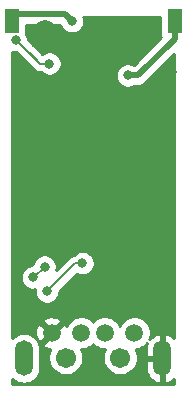
<source format=gbl>
G04 #@! TF.GenerationSoftware,KiCad,Pcbnew,(5.1.8)-1*
G04 #@! TF.CreationDate,2021-01-24T13:56:55+09:00*
G04 #@! TF.ProjectId,USB-Audio-PCM2906,5553422d-4175-4646-996f-2d50434d3239,rev?*
G04 #@! TF.SameCoordinates,Original*
G04 #@! TF.FileFunction,Copper,L2,Bot*
G04 #@! TF.FilePolarity,Positive*
%FSLAX46Y46*%
G04 Gerber Fmt 4.6, Leading zero omitted, Abs format (unit mm)*
G04 Created by KiCad (PCBNEW (5.1.8)-1) date 2021-01-24 13:56:55*
%MOMM*%
%LPD*%
G01*
G04 APERTURE LIST*
G04 #@! TA.AperFunction,ComponentPad*
%ADD10O,1.500000X3.000000*%
G04 #@! TD*
G04 #@! TA.AperFunction,ComponentPad*
%ADD11C,1.701800*%
G04 #@! TD*
G04 #@! TA.AperFunction,ComponentPad*
%ADD12C,1.498600*%
G04 #@! TD*
G04 #@! TA.AperFunction,SMDPad,CuDef*
%ADD13R,1.200000X2.000000*%
G04 #@! TD*
G04 #@! TA.AperFunction,ComponentPad*
%ADD14C,0.508000*%
G04 #@! TD*
G04 #@! TA.AperFunction,ViaPad*
%ADD15C,0.800000*%
G04 #@! TD*
G04 #@! TA.AperFunction,Conductor*
%ADD16C,2.000000*%
G04 #@! TD*
G04 #@! TA.AperFunction,Conductor*
%ADD17C,0.200000*%
G04 #@! TD*
G04 #@! TA.AperFunction,Conductor*
%ADD18C,0.500000*%
G04 #@! TD*
G04 #@! TA.AperFunction,Conductor*
%ADD19C,0.254000*%
G04 #@! TD*
G04 #@! TA.AperFunction,Conductor*
%ADD20C,0.152400*%
G04 #@! TD*
G04 APERTURE END LIST*
D10*
G04 #@! TO.P,J1,5*
G04 #@! TO.N,GND*
X154350000Y-119571994D03*
G04 #@! TO.P,J1,6*
G04 #@! TO.N,N/C*
X142650001Y-119571994D03*
D11*
G04 #@! TO.P,J1,7*
X150800001Y-119500000D03*
G04 #@! TO.P,J1,8*
X146200000Y-119500000D03*
D12*
G04 #@! TO.P,J1,1*
G04 #@! TO.N,Net-(F1-Pad2)*
X152000000Y-117400000D03*
G04 #@! TO.P,J1,2*
G04 #@! TO.N,Net-(J1-Pad2)*
X149500001Y-117400000D03*
G04 #@! TO.P,J1,3*
G04 #@! TO.N,Net-(J1-Pad3)*
X147500000Y-117400000D03*
G04 #@! TO.P,J1,4*
G04 #@! TO.N,GND*
X145000002Y-117400000D03*
G04 #@! TD*
D13*
G04 #@! TO.P,LS1,1*
G04 #@! TO.N,Net-(LS1-Pad1)*
X141600000Y-91000000D03*
G04 #@! TO.P,LS1,2*
G04 #@! TO.N,Net-(LS1-Pad2)*
X155400000Y-91000000D03*
G04 #@! TD*
D14*
G04 #@! TO.P,U4,9*
G04 #@! TO.N,GND*
X144400000Y-91906300D03*
X144400000Y-92693700D03*
G04 #@! TD*
D15*
G04 #@! TO.N,GND*
X145600000Y-108200000D03*
X150200000Y-108200000D03*
X147200000Y-113200000D03*
X150600000Y-113500000D03*
X153200000Y-113500000D03*
X142000000Y-115700000D03*
X150200000Y-103900000D03*
X147600000Y-103900000D03*
X145000000Y-103900000D03*
X151350000Y-98050000D03*
X150200000Y-98100000D03*
X147900000Y-97200000D03*
X145900000Y-98000000D03*
X155200000Y-95300000D03*
X149500000Y-94400000D03*
X149590553Y-91000000D03*
X143300000Y-98700000D03*
G04 #@! TO.N,Net-(C1-Pad1)*
X144600000Y-113900000D03*
X147600000Y-111500000D03*
G04 #@! TO.N,Net-(LS1-Pad1)*
X146700000Y-91000000D03*
G04 #@! TO.N,Net-(LS1-Pad2)*
X151450000Y-95600000D03*
G04 #@! TO.N,Net-(R2-Pad1)*
X143400000Y-112700000D03*
X144400000Y-111800000D03*
G04 #@! TO.N,Net-(R6-Pad1)*
X144800000Y-94600000D03*
X141950000Y-92600000D03*
G04 #@! TD*
D16*
G04 #@! TO.N,GND*
X144400000Y-91906300D02*
X144400000Y-92693700D01*
D17*
G04 #@! TO.N,Net-(C1-Pad1)*
X147000000Y-111500000D02*
X147600000Y-111500000D01*
X144600000Y-113900000D02*
X147000000Y-111500000D01*
D18*
G04 #@! TO.N,Net-(LS1-Pad1)*
X146700000Y-91000000D02*
X146127410Y-90427410D01*
X142172590Y-90427410D02*
X141600000Y-91000000D01*
X146127410Y-90427410D02*
X142172590Y-90427410D01*
G04 #@! TO.N,Net-(LS1-Pad2)*
X151450000Y-95600000D02*
X152300000Y-95600000D01*
X155400000Y-92500000D02*
X155400000Y-91000000D01*
X152300000Y-95600000D02*
X155400000Y-92500000D01*
D17*
G04 #@! TO.N,Net-(R2-Pad1)*
X143500000Y-112700000D02*
X144400000Y-111800000D01*
X143400000Y-112700000D02*
X143500000Y-112700000D01*
G04 #@! TO.N,Net-(R6-Pad1)*
X143801543Y-94401543D02*
X142000000Y-92600000D01*
X144000000Y-94600000D02*
X142000000Y-92600000D01*
X144800000Y-94600000D02*
X144000000Y-94600000D01*
G04 #@! TD*
D19*
G04 #@! TO.N,GND*
X154161928Y-92000000D02*
X154174188Y-92124482D01*
X154210498Y-92244180D01*
X154269463Y-92354494D01*
X154280490Y-92367931D01*
X151955465Y-94692957D01*
X151940256Y-94682795D01*
X151751898Y-94604774D01*
X151551939Y-94565000D01*
X151348061Y-94565000D01*
X151148102Y-94604774D01*
X150959744Y-94682795D01*
X150790226Y-94796063D01*
X150646063Y-94940226D01*
X150532795Y-95109744D01*
X150454774Y-95298102D01*
X150415000Y-95498061D01*
X150415000Y-95701939D01*
X150454774Y-95901898D01*
X150532795Y-96090256D01*
X150646063Y-96259774D01*
X150790226Y-96403937D01*
X150959744Y-96517205D01*
X151148102Y-96595226D01*
X151348061Y-96635000D01*
X151551939Y-96635000D01*
X151751898Y-96595226D01*
X151940256Y-96517205D01*
X151988454Y-96485000D01*
X152256531Y-96485000D01*
X152300000Y-96489281D01*
X152343469Y-96485000D01*
X152343477Y-96485000D01*
X152473490Y-96472195D01*
X152640313Y-96421589D01*
X152794059Y-96339411D01*
X152928817Y-96228817D01*
X152956534Y-96195044D01*
X155340001Y-93811578D01*
X155340000Y-117854671D01*
X155239540Y-117752849D01*
X155013868Y-117599852D01*
X154762684Y-117493821D01*
X154691185Y-117479676D01*
X154477000Y-117602338D01*
X154477000Y-119444994D01*
X154497000Y-119444994D01*
X154497000Y-119698994D01*
X154477000Y-119698994D01*
X154477000Y-121541650D01*
X154691185Y-121664312D01*
X154762684Y-121650167D01*
X155013868Y-121544136D01*
X155239540Y-121391139D01*
X155340000Y-121289317D01*
X155340000Y-121740000D01*
X141660000Y-121740000D01*
X141660000Y-121298860D01*
X141665921Y-121306075D01*
X141876814Y-121479151D01*
X142117421Y-121607758D01*
X142378495Y-121686954D01*
X142650001Y-121713695D01*
X142921508Y-121686954D01*
X143182582Y-121607758D01*
X143423189Y-121479151D01*
X143634082Y-121306075D01*
X143807158Y-121095182D01*
X143935765Y-120854575D01*
X144014961Y-120593501D01*
X144035001Y-120390031D01*
X144035001Y-118753957D01*
X144014961Y-118550487D01*
X143956114Y-118356493D01*
X144223114Y-118356493D01*
X144288554Y-118595290D01*
X144535414Y-118711120D01*
X144800128Y-118776564D01*
X144893436Y-118780861D01*
X144883212Y-118796162D01*
X144771202Y-119066579D01*
X144714100Y-119353652D01*
X144714100Y-119646348D01*
X144771202Y-119933421D01*
X144883212Y-120203838D01*
X145045826Y-120447206D01*
X145252794Y-120654174D01*
X145496162Y-120816788D01*
X145766579Y-120928798D01*
X146053652Y-120985900D01*
X146346348Y-120985900D01*
X146633421Y-120928798D01*
X146903838Y-120816788D01*
X147147206Y-120654174D01*
X147354174Y-120447206D01*
X147516788Y-120203838D01*
X147628798Y-119933421D01*
X147685900Y-119646348D01*
X147685900Y-119353652D01*
X147628798Y-119066579D01*
X147516788Y-118796162D01*
X147508862Y-118784300D01*
X147636342Y-118784300D01*
X147903785Y-118731102D01*
X148155712Y-118626751D01*
X148382440Y-118475256D01*
X148500001Y-118357696D01*
X148617561Y-118475256D01*
X148844289Y-118626751D01*
X149096216Y-118731102D01*
X149363659Y-118784300D01*
X149491139Y-118784300D01*
X149483213Y-118796162D01*
X149371203Y-119066579D01*
X149314101Y-119353652D01*
X149314101Y-119646348D01*
X149371203Y-119933421D01*
X149483213Y-120203838D01*
X149645827Y-120447206D01*
X149852795Y-120654174D01*
X150096163Y-120816788D01*
X150366580Y-120928798D01*
X150653653Y-120985900D01*
X150946349Y-120985900D01*
X151233422Y-120928798D01*
X151503839Y-120816788D01*
X151747207Y-120654174D01*
X151954175Y-120447206D01*
X152116789Y-120203838D01*
X152228799Y-119933421D01*
X152275429Y-119698994D01*
X152965000Y-119698994D01*
X152965000Y-120448994D01*
X153016389Y-120716754D01*
X153119028Y-120969343D01*
X153268972Y-121197055D01*
X153460460Y-121391139D01*
X153686132Y-121544136D01*
X153937316Y-121650167D01*
X154008815Y-121664312D01*
X154223000Y-121541650D01*
X154223000Y-119698994D01*
X152965000Y-119698994D01*
X152275429Y-119698994D01*
X152285901Y-119646348D01*
X152285901Y-119353652D01*
X152228799Y-119066579D01*
X152116789Y-118796162D01*
X152108863Y-118784300D01*
X152136342Y-118784300D01*
X152403785Y-118731102D01*
X152655712Y-118626751D01*
X152882440Y-118475256D01*
X153075205Y-118282491D01*
X153016389Y-118427234D01*
X152965000Y-118694994D01*
X152965000Y-119444994D01*
X154223000Y-119444994D01*
X154223000Y-117602338D01*
X154008815Y-117479676D01*
X153937316Y-117493821D01*
X153686132Y-117599852D01*
X153460460Y-117752849D01*
X153273861Y-117941978D01*
X153331102Y-117803785D01*
X153384300Y-117536342D01*
X153384300Y-117263658D01*
X153331102Y-116996215D01*
X153226751Y-116744288D01*
X153075256Y-116517560D01*
X152882440Y-116324744D01*
X152655712Y-116173249D01*
X152403785Y-116068898D01*
X152136342Y-116015700D01*
X151863658Y-116015700D01*
X151596215Y-116068898D01*
X151344288Y-116173249D01*
X151117560Y-116324744D01*
X150924744Y-116517560D01*
X150773249Y-116744288D01*
X150750001Y-116800415D01*
X150726752Y-116744288D01*
X150575257Y-116517560D01*
X150382441Y-116324744D01*
X150155713Y-116173249D01*
X149903786Y-116068898D01*
X149636343Y-116015700D01*
X149363659Y-116015700D01*
X149096216Y-116068898D01*
X148844289Y-116173249D01*
X148617561Y-116324744D01*
X148500001Y-116442305D01*
X148382440Y-116324744D01*
X148155712Y-116173249D01*
X147903785Y-116068898D01*
X147636342Y-116015700D01*
X147363658Y-116015700D01*
X147096215Y-116068898D01*
X146844288Y-116173249D01*
X146617560Y-116324744D01*
X146424744Y-116517560D01*
X146273249Y-116744288D01*
X146252220Y-116795056D01*
X146195292Y-116688552D01*
X145956495Y-116623112D01*
X145179607Y-117400000D01*
X145193750Y-117414143D01*
X145014145Y-117593748D01*
X145000002Y-117579605D01*
X144223114Y-118356493D01*
X143956114Y-118356493D01*
X143935765Y-118289413D01*
X143846807Y-118122984D01*
X144043509Y-118176888D01*
X144820397Y-117400000D01*
X144043509Y-116623112D01*
X143804712Y-116688552D01*
X143688882Y-116935412D01*
X143623438Y-117200126D01*
X143610895Y-117472521D01*
X143651734Y-117742129D01*
X143727433Y-117951662D01*
X143634081Y-117837913D01*
X143423188Y-117664837D01*
X143182581Y-117536230D01*
X142921507Y-117457034D01*
X142650001Y-117430293D01*
X142378494Y-117457034D01*
X142117420Y-117536230D01*
X141876813Y-117664837D01*
X141665920Y-117837914D01*
X141660000Y-117845128D01*
X141660000Y-116443507D01*
X144223114Y-116443507D01*
X145000002Y-117220395D01*
X145776890Y-116443507D01*
X145711450Y-116204710D01*
X145464590Y-116088880D01*
X145199876Y-116023436D01*
X144927481Y-116010893D01*
X144657873Y-116051732D01*
X144401413Y-116144385D01*
X144288554Y-116204710D01*
X144223114Y-116443507D01*
X141660000Y-116443507D01*
X141660000Y-112598061D01*
X142365000Y-112598061D01*
X142365000Y-112801939D01*
X142404774Y-113001898D01*
X142482795Y-113190256D01*
X142596063Y-113359774D01*
X142740226Y-113503937D01*
X142909744Y-113617205D01*
X143098102Y-113695226D01*
X143298061Y-113735000D01*
X143501939Y-113735000D01*
X143580658Y-113719342D01*
X143565000Y-113798061D01*
X143565000Y-114001939D01*
X143604774Y-114201898D01*
X143682795Y-114390256D01*
X143796063Y-114559774D01*
X143940226Y-114703937D01*
X144109744Y-114817205D01*
X144298102Y-114895226D01*
X144498061Y-114935000D01*
X144701939Y-114935000D01*
X144901898Y-114895226D01*
X145090256Y-114817205D01*
X145259774Y-114703937D01*
X145403937Y-114559774D01*
X145517205Y-114390256D01*
X145595226Y-114201898D01*
X145635000Y-114001939D01*
X145635000Y-113904446D01*
X147118581Y-112420866D01*
X147298102Y-112495226D01*
X147498061Y-112535000D01*
X147701939Y-112535000D01*
X147901898Y-112495226D01*
X148090256Y-112417205D01*
X148259774Y-112303937D01*
X148403937Y-112159774D01*
X148517205Y-111990256D01*
X148595226Y-111801898D01*
X148635000Y-111601939D01*
X148635000Y-111398061D01*
X148595226Y-111198102D01*
X148517205Y-111009744D01*
X148403937Y-110840226D01*
X148259774Y-110696063D01*
X148090256Y-110582795D01*
X147901898Y-110504774D01*
X147701939Y-110465000D01*
X147498061Y-110465000D01*
X147298102Y-110504774D01*
X147109744Y-110582795D01*
X146940226Y-110696063D01*
X146861172Y-110775117D01*
X146855915Y-110775635D01*
X146717366Y-110817663D01*
X146595513Y-110882795D01*
X146589680Y-110885913D01*
X146477762Y-110977762D01*
X146454746Y-111005807D01*
X145404306Y-112056247D01*
X145435000Y-111901939D01*
X145435000Y-111698061D01*
X145395226Y-111498102D01*
X145317205Y-111309744D01*
X145203937Y-111140226D01*
X145059774Y-110996063D01*
X144890256Y-110882795D01*
X144701898Y-110804774D01*
X144501939Y-110765000D01*
X144298061Y-110765000D01*
X144098102Y-110804774D01*
X143909744Y-110882795D01*
X143740226Y-110996063D01*
X143596063Y-111140226D01*
X143482795Y-111309744D01*
X143404774Y-111498102D01*
X143371576Y-111665000D01*
X143298061Y-111665000D01*
X143098102Y-111704774D01*
X142909744Y-111782795D01*
X142740226Y-111896063D01*
X142596063Y-112040226D01*
X142482795Y-112209744D01*
X142404774Y-112398102D01*
X142365000Y-112598061D01*
X141660000Y-112598061D01*
X141660000Y-93597593D01*
X141848061Y-93635000D01*
X141995554Y-93635000D01*
X142479463Y-94118909D01*
X143454746Y-95094193D01*
X143477762Y-95122238D01*
X143589680Y-95214087D01*
X143717367Y-95282337D01*
X143813886Y-95311616D01*
X143855914Y-95324365D01*
X143870132Y-95325765D01*
X143963895Y-95335000D01*
X143963902Y-95335000D01*
X143999999Y-95338555D01*
X144036096Y-95335000D01*
X144071289Y-95335000D01*
X144140226Y-95403937D01*
X144309744Y-95517205D01*
X144498102Y-95595226D01*
X144698061Y-95635000D01*
X144901939Y-95635000D01*
X145101898Y-95595226D01*
X145290256Y-95517205D01*
X145459774Y-95403937D01*
X145603937Y-95259774D01*
X145717205Y-95090256D01*
X145795226Y-94901898D01*
X145835000Y-94701939D01*
X145835000Y-94498061D01*
X145795226Y-94298102D01*
X145717205Y-94109744D01*
X145603937Y-93940226D01*
X145459774Y-93796063D01*
X145290256Y-93682795D01*
X145101898Y-93604774D01*
X144901939Y-93565000D01*
X144698061Y-93565000D01*
X144498102Y-93604774D01*
X144309744Y-93682795D01*
X144197345Y-93757898D01*
X143734534Y-93295087D01*
X143978219Y-93295087D01*
X143983009Y-93483704D01*
X144145143Y-93549875D01*
X144317071Y-93583143D01*
X144492186Y-93582231D01*
X144663759Y-93547174D01*
X144816991Y-93483704D01*
X144821781Y-93295087D01*
X144400000Y-92873305D01*
X143978219Y-93295087D01*
X143734534Y-93295087D01*
X143449766Y-93010319D01*
X142985000Y-92545554D01*
X142985000Y-92498061D01*
X142945226Y-92298102D01*
X142867205Y-92109744D01*
X142832395Y-92057646D01*
X142838072Y-92000000D01*
X142838072Y-91312410D01*
X143731440Y-91312410D01*
X143678971Y-91364879D01*
X143798611Y-91484519D01*
X143609996Y-91489309D01*
X143543825Y-91651443D01*
X143510557Y-91823371D01*
X143511469Y-91998486D01*
X143546526Y-92170059D01*
X143600420Y-92300172D01*
X143543825Y-92438843D01*
X143510557Y-92610771D01*
X143511469Y-92785886D01*
X143546526Y-92957459D01*
X143609996Y-93110691D01*
X143798613Y-93115481D01*
X144150570Y-92763525D01*
X144317071Y-92795743D01*
X144492186Y-92794831D01*
X144648747Y-92762841D01*
X145001387Y-93115481D01*
X145190004Y-93110691D01*
X145256175Y-92948557D01*
X145289443Y-92776629D01*
X145288531Y-92601514D01*
X145253474Y-92429941D01*
X145199580Y-92299828D01*
X145256175Y-92161157D01*
X145289443Y-91989229D01*
X145288531Y-91814114D01*
X145253474Y-91642541D01*
X145190004Y-91489309D01*
X145001389Y-91484519D01*
X145121029Y-91364879D01*
X145068560Y-91312410D01*
X145709128Y-91312410D01*
X145782795Y-91490256D01*
X145896063Y-91659774D01*
X146040226Y-91803937D01*
X146209744Y-91917205D01*
X146398102Y-91995226D01*
X146598061Y-92035000D01*
X146801939Y-92035000D01*
X147001898Y-91995226D01*
X147190256Y-91917205D01*
X147359774Y-91803937D01*
X147503937Y-91659774D01*
X147617205Y-91490256D01*
X147695226Y-91301898D01*
X147735000Y-91101939D01*
X147735000Y-90898061D01*
X147695226Y-90698102D01*
X147679444Y-90660000D01*
X154161928Y-90660000D01*
X154161928Y-92000000D01*
G04 #@! TA.AperFunction,Conductor*
D20*
G36*
X154161928Y-92000000D02*
G01*
X154174188Y-92124482D01*
X154210498Y-92244180D01*
X154269463Y-92354494D01*
X154280490Y-92367931D01*
X151955465Y-94692957D01*
X151940256Y-94682795D01*
X151751898Y-94604774D01*
X151551939Y-94565000D01*
X151348061Y-94565000D01*
X151148102Y-94604774D01*
X150959744Y-94682795D01*
X150790226Y-94796063D01*
X150646063Y-94940226D01*
X150532795Y-95109744D01*
X150454774Y-95298102D01*
X150415000Y-95498061D01*
X150415000Y-95701939D01*
X150454774Y-95901898D01*
X150532795Y-96090256D01*
X150646063Y-96259774D01*
X150790226Y-96403937D01*
X150959744Y-96517205D01*
X151148102Y-96595226D01*
X151348061Y-96635000D01*
X151551939Y-96635000D01*
X151751898Y-96595226D01*
X151940256Y-96517205D01*
X151988454Y-96485000D01*
X152256531Y-96485000D01*
X152300000Y-96489281D01*
X152343469Y-96485000D01*
X152343477Y-96485000D01*
X152473490Y-96472195D01*
X152640313Y-96421589D01*
X152794059Y-96339411D01*
X152928817Y-96228817D01*
X152956534Y-96195044D01*
X155340001Y-93811578D01*
X155340000Y-117854671D01*
X155239540Y-117752849D01*
X155013868Y-117599852D01*
X154762684Y-117493821D01*
X154691185Y-117479676D01*
X154477000Y-117602338D01*
X154477000Y-119444994D01*
X154497000Y-119444994D01*
X154497000Y-119698994D01*
X154477000Y-119698994D01*
X154477000Y-121541650D01*
X154691185Y-121664312D01*
X154762684Y-121650167D01*
X155013868Y-121544136D01*
X155239540Y-121391139D01*
X155340000Y-121289317D01*
X155340000Y-121740000D01*
X141660000Y-121740000D01*
X141660000Y-121298860D01*
X141665921Y-121306075D01*
X141876814Y-121479151D01*
X142117421Y-121607758D01*
X142378495Y-121686954D01*
X142650001Y-121713695D01*
X142921508Y-121686954D01*
X143182582Y-121607758D01*
X143423189Y-121479151D01*
X143634082Y-121306075D01*
X143807158Y-121095182D01*
X143935765Y-120854575D01*
X144014961Y-120593501D01*
X144035001Y-120390031D01*
X144035001Y-118753957D01*
X144014961Y-118550487D01*
X143956114Y-118356493D01*
X144223114Y-118356493D01*
X144288554Y-118595290D01*
X144535414Y-118711120D01*
X144800128Y-118776564D01*
X144893436Y-118780861D01*
X144883212Y-118796162D01*
X144771202Y-119066579D01*
X144714100Y-119353652D01*
X144714100Y-119646348D01*
X144771202Y-119933421D01*
X144883212Y-120203838D01*
X145045826Y-120447206D01*
X145252794Y-120654174D01*
X145496162Y-120816788D01*
X145766579Y-120928798D01*
X146053652Y-120985900D01*
X146346348Y-120985900D01*
X146633421Y-120928798D01*
X146903838Y-120816788D01*
X147147206Y-120654174D01*
X147354174Y-120447206D01*
X147516788Y-120203838D01*
X147628798Y-119933421D01*
X147685900Y-119646348D01*
X147685900Y-119353652D01*
X147628798Y-119066579D01*
X147516788Y-118796162D01*
X147508862Y-118784300D01*
X147636342Y-118784300D01*
X147903785Y-118731102D01*
X148155712Y-118626751D01*
X148382440Y-118475256D01*
X148500001Y-118357696D01*
X148617561Y-118475256D01*
X148844289Y-118626751D01*
X149096216Y-118731102D01*
X149363659Y-118784300D01*
X149491139Y-118784300D01*
X149483213Y-118796162D01*
X149371203Y-119066579D01*
X149314101Y-119353652D01*
X149314101Y-119646348D01*
X149371203Y-119933421D01*
X149483213Y-120203838D01*
X149645827Y-120447206D01*
X149852795Y-120654174D01*
X150096163Y-120816788D01*
X150366580Y-120928798D01*
X150653653Y-120985900D01*
X150946349Y-120985900D01*
X151233422Y-120928798D01*
X151503839Y-120816788D01*
X151747207Y-120654174D01*
X151954175Y-120447206D01*
X152116789Y-120203838D01*
X152228799Y-119933421D01*
X152275429Y-119698994D01*
X152965000Y-119698994D01*
X152965000Y-120448994D01*
X153016389Y-120716754D01*
X153119028Y-120969343D01*
X153268972Y-121197055D01*
X153460460Y-121391139D01*
X153686132Y-121544136D01*
X153937316Y-121650167D01*
X154008815Y-121664312D01*
X154223000Y-121541650D01*
X154223000Y-119698994D01*
X152965000Y-119698994D01*
X152275429Y-119698994D01*
X152285901Y-119646348D01*
X152285901Y-119353652D01*
X152228799Y-119066579D01*
X152116789Y-118796162D01*
X152108863Y-118784300D01*
X152136342Y-118784300D01*
X152403785Y-118731102D01*
X152655712Y-118626751D01*
X152882440Y-118475256D01*
X153075205Y-118282491D01*
X153016389Y-118427234D01*
X152965000Y-118694994D01*
X152965000Y-119444994D01*
X154223000Y-119444994D01*
X154223000Y-117602338D01*
X154008815Y-117479676D01*
X153937316Y-117493821D01*
X153686132Y-117599852D01*
X153460460Y-117752849D01*
X153273861Y-117941978D01*
X153331102Y-117803785D01*
X153384300Y-117536342D01*
X153384300Y-117263658D01*
X153331102Y-116996215D01*
X153226751Y-116744288D01*
X153075256Y-116517560D01*
X152882440Y-116324744D01*
X152655712Y-116173249D01*
X152403785Y-116068898D01*
X152136342Y-116015700D01*
X151863658Y-116015700D01*
X151596215Y-116068898D01*
X151344288Y-116173249D01*
X151117560Y-116324744D01*
X150924744Y-116517560D01*
X150773249Y-116744288D01*
X150750001Y-116800415D01*
X150726752Y-116744288D01*
X150575257Y-116517560D01*
X150382441Y-116324744D01*
X150155713Y-116173249D01*
X149903786Y-116068898D01*
X149636343Y-116015700D01*
X149363659Y-116015700D01*
X149096216Y-116068898D01*
X148844289Y-116173249D01*
X148617561Y-116324744D01*
X148500001Y-116442305D01*
X148382440Y-116324744D01*
X148155712Y-116173249D01*
X147903785Y-116068898D01*
X147636342Y-116015700D01*
X147363658Y-116015700D01*
X147096215Y-116068898D01*
X146844288Y-116173249D01*
X146617560Y-116324744D01*
X146424744Y-116517560D01*
X146273249Y-116744288D01*
X146252220Y-116795056D01*
X146195292Y-116688552D01*
X145956495Y-116623112D01*
X145179607Y-117400000D01*
X145193750Y-117414143D01*
X145014145Y-117593748D01*
X145000002Y-117579605D01*
X144223114Y-118356493D01*
X143956114Y-118356493D01*
X143935765Y-118289413D01*
X143846807Y-118122984D01*
X144043509Y-118176888D01*
X144820397Y-117400000D01*
X144043509Y-116623112D01*
X143804712Y-116688552D01*
X143688882Y-116935412D01*
X143623438Y-117200126D01*
X143610895Y-117472521D01*
X143651734Y-117742129D01*
X143727433Y-117951662D01*
X143634081Y-117837913D01*
X143423188Y-117664837D01*
X143182581Y-117536230D01*
X142921507Y-117457034D01*
X142650001Y-117430293D01*
X142378494Y-117457034D01*
X142117420Y-117536230D01*
X141876813Y-117664837D01*
X141665920Y-117837914D01*
X141660000Y-117845128D01*
X141660000Y-116443507D01*
X144223114Y-116443507D01*
X145000002Y-117220395D01*
X145776890Y-116443507D01*
X145711450Y-116204710D01*
X145464590Y-116088880D01*
X145199876Y-116023436D01*
X144927481Y-116010893D01*
X144657873Y-116051732D01*
X144401413Y-116144385D01*
X144288554Y-116204710D01*
X144223114Y-116443507D01*
X141660000Y-116443507D01*
X141660000Y-112598061D01*
X142365000Y-112598061D01*
X142365000Y-112801939D01*
X142404774Y-113001898D01*
X142482795Y-113190256D01*
X142596063Y-113359774D01*
X142740226Y-113503937D01*
X142909744Y-113617205D01*
X143098102Y-113695226D01*
X143298061Y-113735000D01*
X143501939Y-113735000D01*
X143580658Y-113719342D01*
X143565000Y-113798061D01*
X143565000Y-114001939D01*
X143604774Y-114201898D01*
X143682795Y-114390256D01*
X143796063Y-114559774D01*
X143940226Y-114703937D01*
X144109744Y-114817205D01*
X144298102Y-114895226D01*
X144498061Y-114935000D01*
X144701939Y-114935000D01*
X144901898Y-114895226D01*
X145090256Y-114817205D01*
X145259774Y-114703937D01*
X145403937Y-114559774D01*
X145517205Y-114390256D01*
X145595226Y-114201898D01*
X145635000Y-114001939D01*
X145635000Y-113904446D01*
X147118581Y-112420866D01*
X147298102Y-112495226D01*
X147498061Y-112535000D01*
X147701939Y-112535000D01*
X147901898Y-112495226D01*
X148090256Y-112417205D01*
X148259774Y-112303937D01*
X148403937Y-112159774D01*
X148517205Y-111990256D01*
X148595226Y-111801898D01*
X148635000Y-111601939D01*
X148635000Y-111398061D01*
X148595226Y-111198102D01*
X148517205Y-111009744D01*
X148403937Y-110840226D01*
X148259774Y-110696063D01*
X148090256Y-110582795D01*
X147901898Y-110504774D01*
X147701939Y-110465000D01*
X147498061Y-110465000D01*
X147298102Y-110504774D01*
X147109744Y-110582795D01*
X146940226Y-110696063D01*
X146861172Y-110775117D01*
X146855915Y-110775635D01*
X146717366Y-110817663D01*
X146595513Y-110882795D01*
X146589680Y-110885913D01*
X146477762Y-110977762D01*
X146454746Y-111005807D01*
X145404306Y-112056247D01*
X145435000Y-111901939D01*
X145435000Y-111698061D01*
X145395226Y-111498102D01*
X145317205Y-111309744D01*
X145203937Y-111140226D01*
X145059774Y-110996063D01*
X144890256Y-110882795D01*
X144701898Y-110804774D01*
X144501939Y-110765000D01*
X144298061Y-110765000D01*
X144098102Y-110804774D01*
X143909744Y-110882795D01*
X143740226Y-110996063D01*
X143596063Y-111140226D01*
X143482795Y-111309744D01*
X143404774Y-111498102D01*
X143371576Y-111665000D01*
X143298061Y-111665000D01*
X143098102Y-111704774D01*
X142909744Y-111782795D01*
X142740226Y-111896063D01*
X142596063Y-112040226D01*
X142482795Y-112209744D01*
X142404774Y-112398102D01*
X142365000Y-112598061D01*
X141660000Y-112598061D01*
X141660000Y-93597593D01*
X141848061Y-93635000D01*
X141995554Y-93635000D01*
X142479463Y-94118909D01*
X143454746Y-95094193D01*
X143477762Y-95122238D01*
X143589680Y-95214087D01*
X143717367Y-95282337D01*
X143813886Y-95311616D01*
X143855914Y-95324365D01*
X143870132Y-95325765D01*
X143963895Y-95335000D01*
X143963902Y-95335000D01*
X143999999Y-95338555D01*
X144036096Y-95335000D01*
X144071289Y-95335000D01*
X144140226Y-95403937D01*
X144309744Y-95517205D01*
X144498102Y-95595226D01*
X144698061Y-95635000D01*
X144901939Y-95635000D01*
X145101898Y-95595226D01*
X145290256Y-95517205D01*
X145459774Y-95403937D01*
X145603937Y-95259774D01*
X145717205Y-95090256D01*
X145795226Y-94901898D01*
X145835000Y-94701939D01*
X145835000Y-94498061D01*
X145795226Y-94298102D01*
X145717205Y-94109744D01*
X145603937Y-93940226D01*
X145459774Y-93796063D01*
X145290256Y-93682795D01*
X145101898Y-93604774D01*
X144901939Y-93565000D01*
X144698061Y-93565000D01*
X144498102Y-93604774D01*
X144309744Y-93682795D01*
X144197345Y-93757898D01*
X143734534Y-93295087D01*
X143978219Y-93295087D01*
X143983009Y-93483704D01*
X144145143Y-93549875D01*
X144317071Y-93583143D01*
X144492186Y-93582231D01*
X144663759Y-93547174D01*
X144816991Y-93483704D01*
X144821781Y-93295087D01*
X144400000Y-92873305D01*
X143978219Y-93295087D01*
X143734534Y-93295087D01*
X143449766Y-93010319D01*
X142985000Y-92545554D01*
X142985000Y-92498061D01*
X142945226Y-92298102D01*
X142867205Y-92109744D01*
X142832395Y-92057646D01*
X142838072Y-92000000D01*
X142838072Y-91312410D01*
X143731440Y-91312410D01*
X143678971Y-91364879D01*
X143798611Y-91484519D01*
X143609996Y-91489309D01*
X143543825Y-91651443D01*
X143510557Y-91823371D01*
X143511469Y-91998486D01*
X143546526Y-92170059D01*
X143600420Y-92300172D01*
X143543825Y-92438843D01*
X143510557Y-92610771D01*
X143511469Y-92785886D01*
X143546526Y-92957459D01*
X143609996Y-93110691D01*
X143798613Y-93115481D01*
X144150570Y-92763525D01*
X144317071Y-92795743D01*
X144492186Y-92794831D01*
X144648747Y-92762841D01*
X145001387Y-93115481D01*
X145190004Y-93110691D01*
X145256175Y-92948557D01*
X145289443Y-92776629D01*
X145288531Y-92601514D01*
X145253474Y-92429941D01*
X145199580Y-92299828D01*
X145256175Y-92161157D01*
X145289443Y-91989229D01*
X145288531Y-91814114D01*
X145253474Y-91642541D01*
X145190004Y-91489309D01*
X145001389Y-91484519D01*
X145121029Y-91364879D01*
X145068560Y-91312410D01*
X145709128Y-91312410D01*
X145782795Y-91490256D01*
X145896063Y-91659774D01*
X146040226Y-91803937D01*
X146209744Y-91917205D01*
X146398102Y-91995226D01*
X146598061Y-92035000D01*
X146801939Y-92035000D01*
X147001898Y-91995226D01*
X147190256Y-91917205D01*
X147359774Y-91803937D01*
X147503937Y-91659774D01*
X147617205Y-91490256D01*
X147695226Y-91301898D01*
X147735000Y-91101939D01*
X147735000Y-90898061D01*
X147695226Y-90698102D01*
X147679444Y-90660000D01*
X154161928Y-90660000D01*
X154161928Y-92000000D01*
G37*
G04 #@! TD.AperFunction*
D19*
X144511346Y-91809756D02*
X144482929Y-91804257D01*
X144307814Y-91805169D01*
X144289499Y-91808911D01*
X144385858Y-91712552D01*
X144400000Y-91726695D01*
X144414142Y-91712552D01*
X144511346Y-91809756D01*
G04 #@! TA.AperFunction,Conductor*
D20*
G36*
X144511346Y-91809756D02*
G01*
X144482929Y-91804257D01*
X144307814Y-91805169D01*
X144289499Y-91808911D01*
X144385858Y-91712552D01*
X144400000Y-91726695D01*
X144414142Y-91712552D01*
X144511346Y-91809756D01*
G37*
G04 #@! TD.AperFunction*
G04 #@! TD*
M02*

</source>
